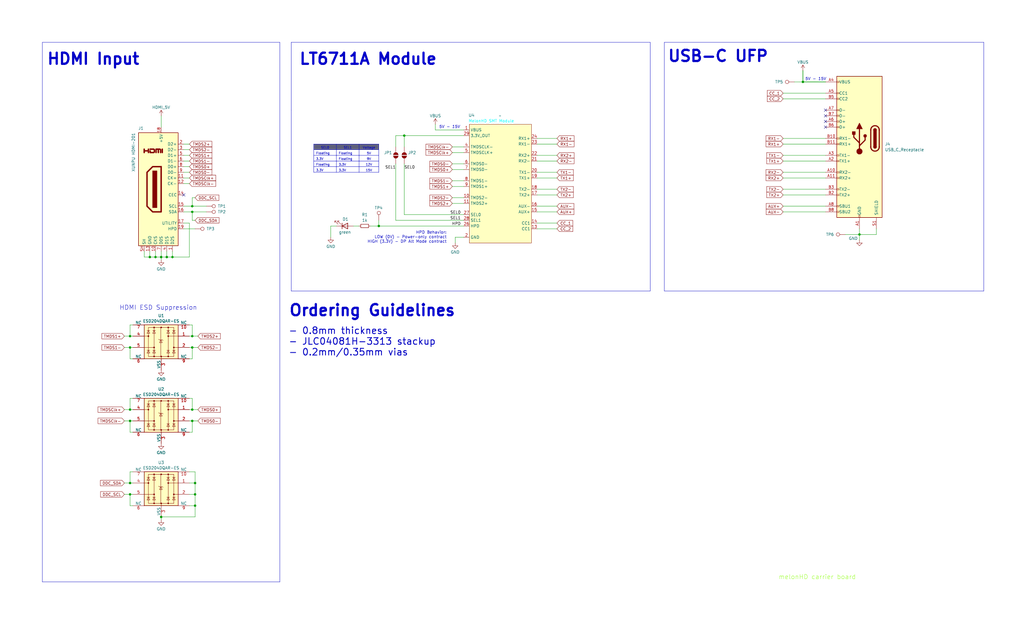
<source format=kicad_sch>
(kicad_sch (version 20250114) (generator "eeschema") (generator_version "9.0")
  (paper "User" 460 280)
  (lib_symbols
    (symbol "Connector:HDMI_C_1.3"
      (property "Reference" "J1" (at 10.922 1.2122 0))
      (property "Value" "XUNPU HDMI-201" (at 10.922 -1.2121 0))
      (symbol "HDMI_C_1.3_0_0"
        (polyline (pts (xy -0.508 16.51) (xy -0.508 18.034)) (stroke (width 0.635)))
        (polyline (pts (xy 4.953 18.034) (xy 3.302 18.034) (xy 3.048 17.78) (xy 3.048 16.764) (xy 3.302 16.51) (xy 4.953 16.51) (xy 4.953 17.272)) (stroke (width 0.635)))
        (polyline (pts (xy 7.62 16.51) (xy 7.62 18.034) (xy 7.62 17.272) (xy 5.715 17.272) (xy 5.715 18.034) (xy 5.715 16.51)) (stroke (width 0.635)))
      )
      (symbol "HDMI_C_1.3_0_1"
        (rectangle (start -7.62 25.4) (end 10.16 -25.4) (stroke (width 0.254)) (fill (type background)))
        (polyline (pts (xy 0 10.16) (xy 3.81 10.16) (xy 6.35 7.62) (xy 6.35 -7.62) (xy 3.81 -10.16) (xy 0 -10.16) (xy 0 10.16)) (stroke (width 0.635)))
        (rectangle (start 1.905 8.255) (end 3.81 -8.255) (stroke (width 0.254)) (fill (type outline)))
        (polyline (pts (xy 2.286 16.51) (xy 2.286 18.034) (xy 1.27 18.034) (xy 1.27 16.51) (xy 1.27 18.034) (xy 0.508 18.034) (xy 0.254 17.78) (xy 0.254 16.51)) (stroke (width 0.635)))
      )
      (symbol "HDMI_C_1.3_1_1"
        (pin passive line (at -10.16 20.32 0) (length 2.54) (name "D2+") (number "2"))
        (pin passive line (at -10.16 17.78 0) (length 2.54) (name "D2-") (number "3"))
        (pin passive line (at -10.16 15.24 0) (length 2.54) (name "D1+") (number "5"))
        (pin passive line (at -10.16 12.7 0) (length 2.54) (name "D1-") (number "6"))
        (pin passive line (at -10.16 10.16 0) (length 2.54) (name "D0+") (number "8"))
        (pin passive line (at -10.16 7.62 0) (length 2.54) (name "D0-") (number "9"))
        (pin passive line (at -10.16 5.08 0) (length 2.54) (name "CK+") (number "11"))
        (pin passive line (at -10.16 2.54 0) (length 2.54) (name "CK-") (number "12"))
        (pin bidirectional line (at -10.16 -2.54 0) (length 2.54) (name "CEC") (number "14"))
        (pin passive line (at -10.16 -7.62 0) (length 2.54) (name "SCL") (number "15"))
        (pin bidirectional line (at -10.16 -10.16 0) (length 2.54) (name "SDA") (number "16"))
        (pin passive line (at -10.16 -15.24 0) (length 2.54) (name "UTILITY") (number "17"))
        (pin passive line (at -10.16 -17.78 0) (length 2.54) (name "HPD") (number "19"))
        (pin power_in line (at -5.08 -27.94 90) (length 2.54) (name "D2S") (number "1"))
        (pin power_in line (at -2.54 -27.94 90) (length 2.54) (name "D1S") (number "4"))
        (pin power_in line (at 0 27.94 270) (length 2.54) (name "+5V") (number "18"))
        (pin power_in line (at 0 -27.94 90) (length 2.54) (name "D0S") (number "7"))
        (pin power_in line (at 2.54 -27.94 90) (length 2.54) (name "CKS") (number "10"))
        (pin power_in line (at 5.08 -27.94 90) (length 2.54) (name "GND") (number "13"))
        (pin passive line (at 7.62 -27.94 90) (length 2.54) (name "SH") (number "SH"))
      )
    )
    (symbol "Connector:TestPoint" (pin_numbers (hide yes)) (pin_names (offset 0.762) (hide yes))
      (property "Reference" "TP" (at 0 6.858 0))
      (property "Value" "TestPoint" (at 0 5.08 0))
      (symbol "TestPoint_0_1"
        (circle (center 0 3.302) (radius 0.762))
      )
      (symbol "TestPoint_1_1"
        (pin passive line (at 0 0 90) (length 2.54) (name "1") (number "1"))
      )
    )
    (symbol "Connector:USB_C_Receptacle" (pin_names (offset 1.016))
      (property "Reference" "J" (at -10.16 29.21 0))
      (property "Value" "USB_C_Receptacle" (at 10.16 29.21 0))
      (symbol "USB_C_Receptacle_0_0"
        (rectangle (start -0.254 -35.56) (end 0.254 -34.544))
        (rectangle (start 10.16 25.654) (end 9.144 25.146))
        (rectangle (start 10.16 20.574) (end 9.144 20.066))
        (rectangle (start 10.16 18.034) (end 9.144 17.526))
        (rectangle (start 10.16 12.954) (end 9.144 12.446))
        (rectangle (start 10.16 10.414) (end 9.144 9.906))
        (rectangle (start 10.16 7.874) (end 9.144 7.366))
        (rectangle (start 10.16 5.334) (end 9.144 4.826))
        (rectangle (start 10.16 0.254) (end 9.144 -0.254))
        (rectangle (start 10.16 -2.286) (end 9.144 -2.794))
        (rectangle (start 10.16 -7.366) (end 9.144 -7.874))
        (rectangle (start 10.16 -9.906) (end 9.144 -10.414))
        (rectangle (start 10.16 -14.986) (end 9.144 -15.494))
        (rectangle (start 10.16 -17.526) (end 9.144 -18.034))
        (rectangle (start 10.16 -22.606) (end 9.144 -23.114))
        (rectangle (start 10.16 -25.146) (end 9.144 -25.654))
        (rectangle (start 10.16 -30.226) (end 9.144 -30.734))
        (rectangle (start 10.16 -32.766) (end 9.144 -33.274))
      )
      (symbol "USB_C_Receptacle_0_1"
        (rectangle (start -10.16 27.94) (end 10.16 -35.56) (stroke (width 0.254)) (fill (type background)))
        (polyline (pts (xy -8.89 -3.81) (xy -8.89 3.81)) (stroke (width 0.508)))
        (rectangle (start -7.62 -3.81) (end -6.35 3.81) (stroke (width 0.254)) (fill (type outline)))
        (arc (start -7.62 3.81) (mid -6.985 4.4423) (end -6.35 3.81) (stroke (width 0.254)) (fill (type outline)))
        (arc (start -7.62 3.81) (mid -6.985 4.4423) (end -6.35 3.81) (stroke (width 0.254)))
        (arc (start -8.89 3.81) (mid -6.985 5.7067) (end -5.08 3.81) (stroke (width 0.508)))
        (arc (start -5.08 -3.81) (mid -6.985 -5.7067) (end -8.89 -3.81) (stroke (width 0.508)))
        (arc (start -6.35 -3.81) (mid -6.985 -4.4423) (end -7.62 -3.81) (stroke (width 0.254)) (fill (type outline)))
        (arc (start -6.35 -3.81) (mid -6.985 -4.4423) (end -7.62 -3.81) (stroke (width 0.254)))
        (polyline (pts (xy -5.08 3.81) (xy -5.08 -3.81)) (stroke (width 0.508)))
      )
      (symbol "USB_C_Receptacle_1_1"
        (circle (center -2.54 1.143) (radius 0.635) (stroke (width 0.254)) (fill (type outline)))
        (polyline (pts (xy -1.27 4.318) (xy 0 6.858) (xy 1.27 4.318) (xy -1.27 4.318)) (stroke (width 0.254)) (fill (type outline)))
        (polyline (pts (xy 0 -2.032) (xy 2.54 0.508) (xy 2.54 1.778)) (stroke (width 0.508)))
        (polyline (pts (xy 0 -3.302) (xy -2.54 -0.762) (xy -2.54 0.508)) (stroke (width 0.508)))
        (polyline (pts (xy 0 -5.842) (xy 0 4.318)) (stroke (width 0.508)))
        (circle (center 0 -5.842) (radius 1.27) (fill (type outline)))
        (rectangle (start 1.905 1.778) (end 3.175 3.048) (stroke (width 0.254)) (fill (type outline)))
        (pin passive line (at -7.62 -40.64 90) (length 5.08) (name "SHIELD") (number "S1"))
        (pin passive line (at 0 -40.64 90) (length 5.08) (name "GND") (number "A1"))
        (pin passive line (at 0 -40.64 90) (length 5.08) (hide yes) (name "GND") (number "A12"))
        (pin passive line (at 0 -40.64 90) (length 5.08) (hide yes) (name "GND") (number "B1"))
        (pin passive line (at 0 -40.64 90) (length 5.08) (hide yes) (name "GND") (number "B12"))
        (pin passive line (at 15.24 25.4 180) (length 5.08) (name "VBUS") (number "A4"))
        (pin passive line (at 15.24 25.4 180) (length 5.08) (hide yes) (name "VBUS") (number "A9"))
        (pin passive line (at 15.24 25.4 180) (length 5.08) (hide yes) (name "VBUS") (number "B4"))
        (pin passive line (at 15.24 25.4 180) (length 5.08) (hide yes) (name "VBUS") (number "B9"))
        (pin bidirectional line (at 15.24 20.32 180) (length 5.08) (name "CC1") (number "A5"))
        (pin bidirectional line (at 15.24 17.78 180) (length 5.08) (name "CC2") (number "B5"))
        (pin bidirectional line (at 15.24 12.7 180) (length 5.08) (name "D-") (number "A7"))
        (pin bidirectional line (at 15.24 10.16 180) (length 5.08) (name "D-") (number "B7"))
        (pin bidirectional line (at 15.24 7.62 180) (length 5.08) (name "D+") (number "A6"))
        (pin bidirectional line (at 15.24 5.08 180) (length 5.08) (name "D+") (number "B6"))
        (pin bidirectional line (at 15.24 0 180) (length 5.08) (name "RX1-") (number "B10"))
        (pin bidirectional line (at 15.24 -2.54 180) (length 5.08) (name "RX1+") (number "B11"))
        (pin bidirectional line (at 15.24 -7.62 180) (length 5.08) (name "TX1-") (number "A3"))
        (pin bidirectional line (at 15.24 -10.16 180) (length 5.08) (name "TX1+") (number "A2"))
        (pin bidirectional line (at 15.24 -15.24 180) (length 5.08) (name "RX2-") (number "A10"))
        (pin bidirectional line (at 15.24 -17.78 180) (length 5.08) (name "RX2+") (number "A11"))
        (pin bidirectional line (at 15.24 -22.86 180) (length 5.08) (name "TX2-") (number "B3"))
        (pin bidirectional line (at 15.24 -25.4 180) (length 5.08) (name "TX2+") (number "B2"))
        (pin bidirectional line (at 15.24 -30.48 180) (length 5.08) (name "SBU1") (number "A8"))
        (pin bidirectional line (at 15.24 -33.02 180) (length 5.08) (name "SBU2") (number "B8"))
      )
    )
    (symbol "Device:LED" (pin_numbers (hide yes)) (pin_names (offset 1.016) (hide yes))
      (property "Reference" "D" (at 0 2.54 0))
      (property "Value" "LED" (at 0 -2.54 0))
      (symbol "LED_0_1"
        (polyline (pts (xy -3.048 -0.762) (xy -4.572 -2.286) (xy -3.81 -2.286) (xy -4.572 -2.286) (xy -4.572 -1.524)))
        (polyline (pts (xy -1.778 -0.762) (xy -3.302 -2.286) (xy -2.54 -2.286) (xy -3.302 -2.286) (xy -3.302 -1.524)))
        (polyline (pts (xy -1.27 0) (xy 1.27 0)))
        (polyline (pts (xy -1.27 -1.27) (xy -1.27 1.27)) (stroke (width 0.254)))
        (polyline (pts (xy 1.27 -1.27) (xy 1.27 1.27) (xy -1.27 0) (xy 1.27 -1.27)) (stroke (width 0.254)))
      )
      (symbol "LED_1_1"
        (pin passive line (at -3.81 0 0) (length 2.54) (name "K") (number "1"))
        (pin passive line (at 3.81 0 180) (length 2.54) (name "A") (number "2"))
      )
    )
    (symbol "Device:R_Small" (pin_numbers (hide yes)) (pin_names (offset 0.254) (hide yes))
      (property "Reference" "R" (at 0.762 0.508 0))
      (property "Value" "R_Small" (at 0.762 -1.016 0))
      (symbol "R_Small_0_1"
        (rectangle (start -0.762 1.778) (end 0.762 -1.778) (stroke (width 0.2032)))
      )
      (symbol "R_Small_1_1"
        (pin passive line (at 0 2.54 270) (length 0.762) (name "~") (number "1"))
        (pin passive line (at 0 -2.54 90) (length 0.762) (name "~") (number "2"))
      )
    )
    (symbol "Jumper:SolderJumper_2_Open" (pin_numbers (hide yes)) (pin_names (offset 0) (hide yes)) (exclude_from_sim yes) (in_bom no)
      (property "Reference" "JP" (at 0 2.032 0))
      (property "Value" "SolderJumper_2_Open" (at 0 -2.54 0))
      (symbol "SolderJumper_2_Open_0_1"
        (polyline (pts (xy -0.254 1.016) (xy -0.254 -1.016)))
        (arc (start -0.254 -1.016) (mid -1.2656 0) (end -0.254 1.016))
        (arc (start -0.254 -1.016) (mid -1.2656 0) (end -0.254 1.016) (fill (type outline)))
        (arc (start 0.254 1.016) (mid 1.2656 0) (end 0.254 -1.016))
        (arc (start 0.254 1.016) (mid 1.2656 0) (end 0.254 -1.016) (fill (type outline)))
        (polyline (pts (xy 0.254 1.016) (xy 0.254 -1.016)))
      )
      (symbol "SolderJumper_2_Open_1_1"
        (pin passive line (at -3.81 0 0) (length 2.54) (name "A") (number "1"))
        (pin passive line (at 3.81 0 180) (length 2.54) (name "B") (number "2"))
      )
    )
    (symbol "Power_Protection:D3V3XA4B10LP" (pin_names (offset 0))
      (property "Reference" "U" (at -0.635 8.89 0))
      (property "Value" "D3V3XA4B10LP" (at 8.89 -10.16 0))
      (symbol "D3V3XA4B10LP_0_0"
        (rectangle (start -5.715 6.477) (end 5.715 -6.604))
        (polyline (pts (xy -3.175 -6.604) (xy -3.175 6.477)))
        (polyline (pts (xy 0.127 6.477) (xy 0.127 -6.604)))
        (polyline (pts (xy 3.175 6.477) (xy 3.175 -6.604)))
      )
      (symbol "D3V3XA4B10LP_0_1"
        (polyline (pts (xy -7.747 2.54) (xy -3.175 2.54)))
        (rectangle (start -7.62 7.62) (end 7.62 -7.62) (stroke (width 0.254)) (fill (type background)))
        (polyline (pts (xy -7.62 -2.54) (xy -5.715 -2.54)))
        (circle (center -5.715 -2.54) (radius 0.2794) (fill (type outline)))
        (polyline (pts (xy -5.08 5.08) (xy -6.35 5.08)))
        (polyline (pts (xy -5.08 3.81) (xy -6.35 3.81) (xy -5.715 5.08) (xy -5.08 3.81)))
        (polyline (pts (xy -5.08 -3.81) (xy -6.35 -3.81)))
        (polyline (pts (xy -5.08 -5.08) (xy -6.35 -5.08) (xy -5.715 -3.81) (xy -5.08 -5.08)))
        (circle (center -3.175 6.477) (radius 0.2794) (fill (type outline)))
        (circle (center -3.175 2.54) (radius 0.2794) (fill (type outline)))
        (circle (center -3.175 -6.604) (radius 0.2794) (fill (type outline)))
        (polyline (pts (xy -2.54 5.08) (xy -3.81 5.08)))
        (polyline (pts (xy -2.54 3.81) (xy -3.81 3.81) (xy -3.175 5.08) (xy -2.54 3.81)))
        (polyline (pts (xy -2.54 -3.81) (xy -3.81 -3.81)))
        (polyline (pts (xy -2.54 -5.08) (xy -3.81 -5.08) (xy -3.175 -3.81) (xy -2.54 -5.08)))
        (polyline (pts (xy -0.508 0.889) (xy -0.889 0.635)))
        (circle (center 0 6.477) (radius 0.2794) (fill (type outline)))
        (circle (center 0 -6.604) (radius 0.2794) (fill (type outline)))
        (polyline (pts (xy 0 -6.604) (xy 0 -7.62)))
        (polyline (pts (xy 0.762 0.889) (xy 1.143 1.143)))
        (polyline (pts (xy 0.762 0.889) (xy -0.508 0.889)))
        (polyline (pts (xy 0.762 -0.381) (xy -0.508 -0.381) (xy 0.127 0.889) (xy 0.762 -0.381)))
        (circle (center 3.175 6.477) (radius 0.2794) (fill (type outline)))
        (circle (center 3.175 -2.54) (radius 0.2794) (fill (type outline)))
        (circle (center 3.175 -6.604) (radius 0.2794) (fill (type outline)))
        (polyline (pts (xy 3.81 5.08) (xy 2.54 5.08)))
        (polyline (pts (xy 3.81 3.81) (xy 2.54 3.81) (xy 3.175 5.08) (xy 3.81 3.81)))
        (polyline (pts (xy 3.81 -3.81) (xy 2.54 -3.81)))
        (polyline (pts (xy 3.81 -5.08) (xy 2.54 -5.08) (xy 3.175 -3.81) (xy 3.81 -5.08)))
        (circle (center 5.715 2.54) (radius 0.2794) (fill (type outline)))
        (polyline (pts (xy 6.35 5.08) (xy 5.08 5.08)))
        (polyline (pts (xy 6.35 3.81) (xy 5.08 3.81) (xy 5.715 5.08) (xy 6.35 3.81)))
        (polyline (pts (xy 6.35 -3.81) (xy 5.08 -3.81)))
        (polyline (pts (xy 6.35 -5.08) (xy 5.08 -5.08) (xy 5.715 -3.81) (xy 6.35 -5.08)))
        (polyline (pts (xy 7.62 2.54) (xy 5.715 2.54)))
        (polyline (pts (xy 7.62 -2.54) (xy 3.175 -2.54)))
      )
      (symbol "D3V3XA4B10LP_1_1"
        (pin free line (at -12.7 7.62 0) (length 5.08) (name "NC") (number "10"))
        (pin passive line (at -12.7 2.54 0) (length 5.08) (name "~") (number "1"))
        (pin passive line (at -12.7 -2.54 0) (length 5.08) (name "~") (number "2"))
        (pin free line (at -12.7 -7.62 0) (length 5.08) (name "NC") (number "9"))
        (pin power_in line (at 0 -12.7 90) (length 5.08) (name "VSS") (number "3"))
        (pin passive line (at 0 -12.7 90) (length 5.08) (hide yes) (name "VSS") (number "8"))
        (pin free line (at 12.7 7.62 180) (length 5.08) (name "NC") (number "7"))
        (pin passive line (at 12.7 2.54 180) (length 5.08) (name "~") (number "4"))
        (pin passive line (at 12.7 -2.54 180) (length 5.08) (name "~") (number "5"))
        (pin free line (at 12.7 -7.62 180) (length 5.08) (name "NC") (number "6"))
      )
    )
    (symbol "melonHD_module:melonHD_SMT"
      (property "Reference" "U4" (at -18.034 25.654 0))
      (property "Value" "~" (at -5.2172 25.4 0))
      (symbol "melonHD_SMT_1_1"
        (rectangle (start -19.05 21.59) (end 8.89 -31.75) (fill (type background)))
        (text "MelonHD SMT Module" (at -9.144 23.114 0) (effects (font (size 1.27 1.27))))
        (pin input line (at -21.59 19.05 0) (length 2.54) (name "VBUS") (number "1"))
        (pin input line (at -21.59 16.51 0) (length 2.54) (name "3.3V_OUT") (number "29"))
        (pin input line (at -21.59 11.43 0) (length 2.54) (name "TMDSCLK-") (number "4"))
        (pin input line (at -21.59 8.89 0) (length 2.54) (name "TMDSCLK+") (number "5"))
        (pin input line (at -21.59 3.81 0) (length 2.54) (name "TMDS0-") (number "6"))
        (pin input line (at -21.59 1.27 0) (length 2.54) (name "TMDS0-") (number "7"))
        (pin input line (at -21.59 -3.81 0) (length 2.54) (name "TMDS1-") (number "8"))
        (pin input line (at -21.59 -6.35 0) (length 2.54) (name "TMDS1+") (number "9"))
        (pin input line (at -21.59 -11.43 0) (length 2.54) (name "TMDS2-") (number "10"))
        (pin input line (at -21.59 -13.97 0) (length 2.54) (name "TMDS2+") (number "11"))
        (pin input line (at -21.59 -19.05 0) (length 2.54) (name "SEL0") (number "27"))
        (pin input line (at -21.59 -21.59 0) (length 2.54) (name "SEL1") (number "28"))
        (pin input line (at -21.59 -24.13 0) (length 2.54) (name "HPD") (number "26"))
        (pin input line (at -21.59 -29.21 0) (length 2.54) (hide yes) (name "GND") (number "12"))
        (pin input line (at -21.59 -29.21 0) (length 2.54) (name "GND") (number "2"))
        (pin input line (at -21.59 -29.21 0) (length 2.54) (hide yes) (name "GND") (number "25"))
        (pin input line (at -21.59 -29.21 0) (length 2.54) (hide yes) (name "GND") (number "3"))
        (pin input line (at -21.59 -29.21 0) (length 2.54) (hide yes) (name "GND") (number "30"))
        (pin input line (at -21.59 -29.21 0) (length 2.54) (hide yes) (name "GND") (number "31"))
        (pin input line (at 11.43 15.24 180) (length 2.54) (name "RX1+") (number "24"))
        (pin input line (at 11.43 12.7 180) (length 2.54) (name "RX1-") (number "23"))
        (pin input line (at 11.43 7.62 180) (length 2.54) (name "RX2+") (number "22"))
        (pin input line (at 11.43 5.08 180) (length 2.54) (name "RX2-") (number "21"))
        (pin input line (at 11.43 0 180) (length 2.54) (name "TX1-") (number "20"))
        (pin input line (at 11.43 -2.54 180) (length 2.54) (name "TX1+") (number "19"))
        (pin input line (at 11.43 -7.62 180) (length 2.54) (name "TX2-") (number "18"))
        (pin input line (at 11.43 -10.16 180) (length 2.54) (name "TX2+") (number "17"))
        (pin input line (at 11.43 -15.24 180) (length 2.54) (name "AUX-") (number "16"))
        (pin input line (at 11.43 -17.78 180) (length 2.54) (name "AUX+") (number "15"))
        (pin input line (at 11.43 -22.86 180) (length 2.54) (name "CC1") (number "14"))
        (pin input line (at 11.43 -25.4 180) (length 2.54) (name "CC1") (number "13"))
      )
    )
    (symbol "power:+5V" (power) (pin_numbers (hide yes)) (pin_names (offset 0) (hide yes))
      (property "Value" "+5V" (at 0 3.556 0))
      (symbol "+5V_0_1"
        (polyline (pts (xy -0.762 1.27) (xy 0 2.54)))
        (polyline (pts (xy 0 2.54) (xy 0.762 1.27)))
        (polyline (pts (xy 0 0) (xy 0 2.54)))
      )
      (symbol "+5V_1_1"
        (pin power_in line (at 0 0 90) (length 0) (name "~") (number "1"))
      )
    )
    (symbol "power:GND" (power) (pin_names (offset 0))
      (property "Value" "GND" (at 0 -3.81 0))
      (symbol "GND_0_1"
        (polyline (pts (xy 0 0) (xy 0 -1.27) (xy 1.27 -1.27) (xy 0 -2.54) (xy -1.27 -1.27) (xy 0 -1.27)))
      )
      (symbol "GND_1_1"
        (pin power_in line (at 0 0 270) (length 0) (hide yes) (name "GND") (number "1"))
      )
    )
  )
  (text "Ordering Guidelines" (at 129.54 139.7 0) (effects (font (size 5 5) (thickness 1) (bold yes)) (justify left)))
  (text "HDMI ESD Suppression" (at 71.12 138.43 0) (effects (font (size 2.032 2.032))))
  (text "USB-C UFP" (at 322.58 25.4 0) (effects (font (size 5 5) (thickness 1) (bold yes))))
  (text "5V - 15V" (at 366.3768 35.6043 0) (effects (font (size 1.27 1.27) (thickness 0.1588) (italic yes))))
  (text "- 0.8mm thickness\n- JLC04081H-3313 stackup\n- 0.2mm/0.35mm vias\n" (at 129.54 153.67 0) (effects (font (size 3 3) (thickness 0.375)) (justify left)))
  (text "HDMI Input" (at 41.91 26.67 0) (effects (font (size 5 5) (thickness 1) (bold yes))))
  (text "melonHD carrier board" (at 349.7662 259.5761 0) (effects (font (size 2 2)) (justify left)))
  (text "5V - 15V" (at 201.93 57.15 0) (effects (font (size 1.27 1.27) (thickness 0.1588) (italic yes))))
  (text "LT6711A Module" (at 134.112 26.67 0) (effects (font (size 5 5) (thickness 1) (bold yes)) (justify left)))
  (text "HPD Behavior:\nLOW (0V) - Power-only contract\nHIGH (3.3V) - DP Alt Mode contract" (at 200.66 106.68 0) (effects (font (size 1.27 1.27)) (justify right)))
  (junction (at 58.42 156.21))
  (junction (at 58.42 222.25))
  (junction (at 58.42 217.17))
  (junction (at 87.63 227.33))
  (junction (at 72.39 232.41))
  (junction (at 58.42 184.15))
  (junction (at 86.36 151.13))
  (junction (at 58.42 151.13))
  (junction (at 181.61 60.96))
  (junction (at 86.36 95.25))
  (junction (at 72.39 115.57))
  (junction (at 67.31 115.57))
  (junction (at 86.36 189.23))
  (junction (at 77.47 115.57))
  (junction (at 170.18 101.6))
  (junction (at 87.63 217.17))
  (junction (at 86.36 184.15))
  (junction (at 386.08 105.41))
  (junction (at 58.42 189.23))
  (junction (at 74.93 115.57))
  (junction (at 87.63 222.25))
  (junction (at 86.36 156.21))
  (junction (at 69.85 115.57))
  (junction (at 86.36 92.71))
  (junction (at 360.68 36.83))
  (no_connect (at 370.84 49.53))
  (no_connect (at 370.84 54.61))
  (no_connect (at 82.55 87.63))
  (no_connect (at 370.84 57.15))
  (no_connect (at 370.84 52.07))
  (wire (pts (xy 250.19 100.33) (xy 241.3 100.33)))
  (wire (pts (xy 72.39 113.03) (xy 72.39 115.57)))
  (wire (pts (xy 59.69 179.07) (xy 58.42 179.07)))
  (wire (pts (xy 87.63 88.9) (xy 86.36 88.9)))
  (wire (pts (xy 88.9 189.23) (xy 86.36 189.23)))
  (wire (pts (xy 204.47 106.68) (xy 208.28 106.68)))
  (wire (pts (xy 85.09 69.85) (xy 82.55 69.85)))
  (wire (pts (xy 181.61 60.96) (xy 181.61 66.04)))
  (wire (pts (xy 86.36 189.23) (xy 85.09 189.23)))
  (polyline (pts (xy 130.81 49.53) (xy 130.81 19.05)))
  (wire (pts (xy 177.8 60.96) (xy 181.61 60.96)))
  (wire (pts (xy 58.42 184.15) (xy 59.69 184.15)))
  (wire (pts (xy 77.47 113.03) (xy 77.47 115.57)))
  (wire (pts (xy 177.8 73.66) (xy 177.8 99.06)))
  (wire (pts (xy 250.19 87.63) (xy 241.3 87.63)))
  (wire (pts (xy 55.88 156.21) (xy 58.42 156.21)))
  (wire (pts (xy 203.2 81.28) (xy 208.28 81.28)))
  (polyline (pts (xy 130.81 49.53) (xy 130.81 130.81)))
  (wire (pts (xy 85.09 217.17) (xy 87.63 217.17)))
  (wire (pts (xy 386.08 107.95) (xy 386.08 105.41)))
  (wire (pts (xy 58.42 156.21) (xy 59.69 156.21)))
  (wire (pts (xy 82.55 95.25) (xy 86.36 95.25)))
  (wire (pts (xy 85.09 74.93) (xy 82.55 74.93)))
  (wire (pts (xy 195.58 58.42) (xy 208.28 58.42)))
  (wire (pts (xy 59.69 161.29) (xy 58.42 161.29)))
  (wire (pts (xy 181.61 73.66) (xy 181.61 96.52)))
  (polyline (pts (xy 441.96 19.05) (xy 441.96 130.81)))
  (wire (pts (xy 351.79 41.91) (xy 370.84 41.91)))
  (wire (pts (xy 86.36 99.06) (xy 86.36 95.25)))
  (wire (pts (xy 250.19 62.23) (xy 241.3 62.23)))
  (wire (pts (xy 351.79 77.47) (xy 370.84 77.47)))
  (wire (pts (xy 72.39 115.57) (xy 72.39 116.84)))
  (wire (pts (xy 181.61 60.96) (xy 208.28 60.96)))
  (wire (pts (xy 351.79 62.23) (xy 370.84 62.23)))
  (wire (pts (xy 87.63 222.25) (xy 87.63 227.33)))
  (polyline (pts (xy 298.45 19.05) (xy 298.45 130.81)))
  (wire (pts (xy 85.09 77.47) (xy 82.55 77.47)))
  (wire (pts (xy 177.8 99.06) (xy 208.28 99.06)))
  (wire (pts (xy 72.39 115.57) (xy 69.85 115.57)))
  (wire (pts (xy 59.69 194.31) (xy 58.42 194.31)))
  (wire (pts (xy 85.09 64.77) (xy 82.55 64.77)))
  (wire (pts (xy 250.19 102.87) (xy 241.3 102.87)))
  (wire (pts (xy 166.37 101.6) (xy 170.18 101.6)))
  (wire (pts (xy 87.63 99.06) (xy 86.36 99.06)))
  (wire (pts (xy 170.18 101.6) (xy 208.28 101.6)))
  (wire (pts (xy 55.88 217.17) (xy 58.42 217.17)))
  (polyline (pts (xy 292.1 19.05) (xy 292.1 130.81)))
  (wire (pts (xy 204.47 109.22) (xy 204.47 106.68)))
  (polyline (pts (xy 130.81 130.81) (xy 292.1 130.81)))
  (wire (pts (xy 203.2 91.44) (xy 208.28 91.44)))
  (wire (pts (xy 203.2 68.58) (xy 208.28 68.58)))
  (wire (pts (xy 58.42 146.05) (xy 58.42 151.13)))
  (wire (pts (xy 351.79 69.85) (xy 370.84 69.85)))
  (wire (pts (xy 67.31 115.57) (xy 64.77 115.57)))
  (polyline (pts (xy 19.05 19.05) (xy 125.73 19.05)))
  (wire (pts (xy 55.88 222.25) (xy 58.42 222.25)))
  (wire (pts (xy 59.69 212.09) (xy 58.42 212.09)))
  (wire (pts (xy 170.18 99.06) (xy 170.18 101.6)))
  (wire (pts (xy 203.2 76.2) (xy 208.28 76.2)))
  (wire (pts (xy 360.68 36.83) (xy 360.68 31.75)) (stroke (width 0.254)))
  (wire (pts (xy 82.55 92.71) (xy 86.36 92.71)))
  (wire (pts (xy 72.39 52.07) (xy 72.39 57.15)))
  (wire (pts (xy 379.73 105.41) (xy 386.08 105.41)))
  (wire (pts (xy 87.63 212.09) (xy 87.63 217.17)))
  (wire (pts (xy 58.42 151.13) (xy 59.69 151.13)))
  (wire (pts (xy 85.09 222.25) (xy 87.63 222.25)))
  (wire (pts (xy 82.55 102.87) (xy 87.63 102.87)))
  (wire (pts (xy 148.59 106.68) (xy 148.59 101.6)))
  (wire (pts (xy 69.85 113.03) (xy 69.85 115.57)))
  (wire (pts (xy 370.84 36.83) (xy 360.68 36.83)) (stroke (width 0.254)))
  (wire (pts (xy 69.85 115.57) (xy 67.31 115.57)))
  (wire (pts (xy 74.93 115.57) (xy 72.39 115.57)))
  (wire (pts (xy 85.09 179.07) (xy 86.36 179.07)))
  (wire (pts (xy 85.09 194.31) (xy 86.36 194.31)))
  (polyline (pts (xy 19.05 19.05) (xy 19.05 261.62)))
  (wire (pts (xy 88.9 151.13) (xy 86.36 151.13)))
  (wire (pts (xy 177.8 60.96) (xy 177.8 66.04)))
  (wire (pts (xy 85.09 115.57) (xy 77.47 115.57)))
  (wire (pts (xy 88.9 184.15) (xy 86.36 184.15)))
  (wire (pts (xy 250.19 77.47) (xy 241.3 77.47)))
  (wire (pts (xy 203.2 88.9) (xy 208.28 88.9)))
  (wire (pts (xy 55.88 184.15) (xy 58.42 184.15)))
  (wire (pts (xy 85.09 82.55) (xy 82.55 82.55)))
  (wire (pts (xy 351.79 92.71) (xy 370.84 92.71)))
  (wire (pts (xy 85.09 212.09) (xy 87.63 212.09)))
  (wire (pts (xy 393.7 102.87) (xy 393.7 105.41)))
  (wire (pts (xy 67.31 113.03) (xy 67.31 115.57)))
  (wire (pts (xy 85.09 100.33) (xy 85.09 115.57)))
  (wire (pts (xy 393.7 105.41) (xy 386.08 105.41)))
  (wire (pts (xy 82.55 100.33) (xy 85.09 100.33)))
  (wire (pts (xy 203.2 83.82) (xy 208.28 83.82)))
  (wire (pts (xy 86.36 161.29) (xy 86.36 156.21)))
  (wire (pts (xy 351.79 80.01) (xy 370.84 80.01)))
  (wire (pts (xy 85.09 227.33) (xy 87.63 227.33)))
  (wire (pts (xy 87.63 227.33) (xy 87.63 232.41)))
  (wire (pts (xy 59.69 227.33) (xy 58.42 227.33)))
  (wire (pts (xy 85.09 80.01) (xy 82.55 80.01)))
  (wire (pts (xy 356.87 36.83) (xy 360.68 36.83)))
  (wire (pts (xy 250.19 64.77) (xy 241.3 64.77)))
  (wire (pts (xy 158.75 101.6) (xy 161.29 101.6)))
  (wire (pts (xy 250.19 92.71) (xy 241.3 92.71)))
  (wire (pts (xy 86.36 151.13) (xy 85.09 151.13)))
  (polyline (pts (xy 130.81 19.05) (xy 292.1 19.05)))
  (wire (pts (xy 58.42 227.33) (xy 58.42 222.25)))
  (wire (pts (xy 250.19 85.09) (xy 241.3 85.09)))
  (wire (pts (xy 58.42 161.29) (xy 58.42 156.21)))
  (wire (pts (xy 86.36 179.07) (xy 86.36 184.15)))
  (wire (pts (xy 148.59 101.6) (xy 151.13 101.6)))
  (polyline (pts (xy 125.73 261.62) (xy 19.05 261.62)))
  (wire (pts (xy 88.9 156.21) (xy 86.36 156.21)))
  (wire (pts (xy 85.09 146.05) (xy 86.36 146.05)))
  (wire (pts (xy 195.58 55.88) (xy 195.58 58.42)))
  (wire (pts (xy 250.19 72.39) (xy 241.3 72.39)))
  (wire (pts (xy 64.77 115.57) (xy 64.77 113.03)))
  (wire (pts (xy 86.36 92.71) (xy 92.71 92.71)))
  (polyline (pts (xy 298.45 19.05) (xy 441.96 19.05)))
  (wire (pts (xy 74.93 113.03) (xy 74.93 115.57)))
  (wire (pts (xy 351.79 44.45) (xy 370.84 44.45)))
  (wire (pts (xy 250.19 95.25) (xy 241.3 95.25)))
  (wire (pts (xy 58.42 189.23) (xy 59.69 189.23)))
  (wire (pts (xy 85.09 67.31) (xy 82.55 67.31)))
  (wire (pts (xy 85.09 161.29) (xy 86.36 161.29)))
  (wire (pts (xy 351.79 85.09) (xy 370.84 85.09)))
  (wire (pts (xy 72.39 233.68) (xy 72.39 232.41)))
  (wire (pts (xy 59.69 146.05) (xy 58.42 146.05)))
  (wire (pts (xy 181.61 96.52) (xy 208.28 96.52)))
  (wire (pts (xy 250.19 69.85) (xy 241.3 69.85)))
  (wire (pts (xy 86.36 194.31) (xy 86.36 189.23)))
  (wire (pts (xy 351.79 64.77) (xy 370.84 64.77)))
  (wire (pts (xy 351.79 87.63) (xy 370.84 87.63)))
  (wire (pts (xy 87.63 217.17) (xy 87.63 222.25)))
  (wire (pts (xy 250.19 80.01) (xy 241.3 80.01)))
  (wire (pts (xy 55.88 189.23) (xy 58.42 189.23)))
  (wire (pts (xy 55.88 151.13) (xy 58.42 151.13)))
  (wire (pts (xy 86.36 88.9) (xy 86.36 92.71)))
  (wire (pts (xy 58.42 222.25) (xy 59.69 222.25)))
  (wire (pts (xy 386.08 105.41) (xy 386.08 102.87)))
  (polyline (pts (xy 125.73 19.05) (xy 125.73 261.62)))
  (wire (pts (xy 86.36 184.15) (xy 85.09 184.15)))
  (polyline (pts (xy 441.96 130.81) (xy 298.45 130.81)))
  (wire (pts (xy 203.2 66.04) (xy 208.28 66.04)))
  (wire (pts (xy 85.09 72.39) (xy 82.55 72.39)))
  (wire (pts (xy 351.79 95.25) (xy 370.84 95.25)))
  (wire (pts (xy 351.79 72.39) (xy 370.84 72.39)))
  (wire (pts (xy 203.2 73.66) (xy 208.28 73.66)))
  (wire (pts (xy 86.36 146.05) (xy 86.36 151.13)))
  (wire (pts (xy 58.42 212.09) (xy 58.42 217.17)))
  (wire (pts (xy 58.42 217.17) (xy 59.69 217.17)))
  (wire (pts (xy 58.42 194.31) (xy 58.42 189.23)))
  (wire (pts (xy 58.42 179.07) (xy 58.42 184.15)))
  (wire (pts (xy 86.36 156.21) (xy 85.09 156.21)))
  (wire (pts (xy 86.36 95.25) (xy 92.71 95.25)))
  (wire (pts (xy 77.47 115.57) (xy 74.93 115.57)))
  (wire (pts (xy 87.63 232.41) (xy 72.39 232.41)))
  (table (column_count 3) (border (external yes) (header yes)) (separators (rows yes) (cols yes)) (column_widths 10.16 10.16 8.89) (row_heights 2.54 2.54 2.54 2.54 2.54) (cells (table_cell "SEL0" (at 140.97 64.77 0) (size 10.16 2.54) (margins 0.9525 0.9525 0.9525 0.9525) (span 1 1) (fill (type color) (color 93 95 123 1))) (table_cell "SEL1" (at 151.13 64.77 0) (size 10.16 2.54) (margins 0.9525 0.9525 0.9525 0.9525) (span 1 1) (fill (type color) (color 93 95 123 1))) (table_cell "Voltage" (at 161.29 64.77 0) (size 8.89 2.54) (margins 0.9525 0.9525 0.9525 0.9525) (span 1 1) (fill (type color) (color 93 95 123 1))) (table_cell "Floating" (at 140.97 67.31 0) (size 10.16 2.54) (margins 0.9525 0.9525 0.9525 0.9525) (span 1 1)) (table_cell "Floating" (at 151.13 67.31 0) (size 10.16 2.54) (margins 0.9525 0.9525 0.9525 0.9525) (span 1 1)) (table_cell "5V" (at 161.29 67.31 0) (size 8.89 2.54) (margins 0.9525 0.9525 0.9525 0.9525) (span 1 1)) (table_cell "3.3V" (at 140.97 69.85 0) (size 10.16 2.54) (margins 0.9525 0.9525 0.9525 0.9525) (span 1 1)) (table_cell "Floating" (at 151.13 69.85 0) (size 10.16 2.54) (margins 0.9525 0.9525 0.9525 0.9525) (span 1 1)) (table_cell "9V" (at 161.29 69.85 0) (size 8.89 2.54) (margins 0.9525 0.9525 0.9525 0.9525) (span 1 1)) (table_cell "Floating" (at 140.97 72.39 0) (size 10.16 2.54) (margins 0.9525 0.9525 0.9525 0.9525) (span 1 1)) (table_cell "3.3V" (at 151.13 72.39 0) (size 10.16 2.54) (margins 0.9525 0.9525 0.9525 0.9525) (span 1 1)) (table_cell "12V" (at 161.29 72.39 0) (size 8.89 2.54) (margins 0.9525 0.9525 0.9525 0.9525) (span 1 1)) (table_cell "3.3V" (at 140.97 74.93 0) (size 10.16 2.54) (margins 0.9525 0.9525 0.9525 0.9525) (span 1 1)) (table_cell "3.3V" (at 151.13 74.93 0) (size 10.16 2.54) (margins 0.9525 0.9525 0.9525 0.9525) (span 1 1)) (table_cell "15V" (at 161.29 74.93 0) (size 8.89 2.54) (margins 0.9525 0.9525 0.9525 0.9525) (span 1 1))))
  (label "SEL0" (at 207.0144 96.52 180))
  (label "SEL1" (at 177.8 76.2 180))
  (label "SEL1" (at 207.01 99.06 180))
  (label "SEL0" (at 181.61 76.2 0))
  (label "HPD" (at 207.01 101.6 180))
  (global_label "RX1-" (shape input) (at 250.19 64.77 0) (property "Intersheetrefs" "${INTERSHEET_REFS}" (effects (hide yes))))
  (global_label "TMDS0-" (shape input) (at 203.2 73.66 180) (property "Intersheetrefs" "${INTERSHEET_REFS}" (effects (hide yes))))
  (global_label "RX2-" (shape input) (at 351.79 77.47 180) (property "Intersheetrefs" "${INTERSHEET_REFS}" (effects (hide yes))))
  (global_label "TMDS2+" (shape input) (at 88.9 151.13 0) (property "Intersheetrefs" "${INTERSHEET_REFS}" (effects (hide yes))))
  (global_label "TMDS2-" (shape input) (at 85.09 67.31 0) (property "Intersheetrefs" "${INTERSHEET_REFS}" (effects (hide yes))))
  (global_label "TMDSClk+" (shape input) (at 85.09 80.01 0) (property "Intersheetrefs" "${INTERSHEET_REFS}" (effects (hide yes))))
  (global_label "TX1-" (shape input) (at 351.79 69.85 180) (property "Intersheetrefs" "${INTERSHEET_REFS}" (effects (hide yes))))
  (global_label "DDC_SCL" (shape input) (at 87.63 88.9 0) (property "Intersheetrefs" "${INTERSHEET_REFS}" (effects (hide yes))))
  (global_label "CC_1" (shape input) (at 351.79 41.91 180) (property "Intersheetrefs" "${INTERSHEET_REFS}" (effects (hide yes))))
  (global_label "TMDS2+" (shape input) (at 85.09 64.77 0) (property "Intersheetrefs" "${INTERSHEET_REFS}" (effects (hide yes))))
  (global_label "TMDS0+" (shape input) (at 203.2 76.2 180) (property "Intersheetrefs" "${INTERSHEET_REFS}" (effects (hide yes))))
  (global_label "RX2-" (shape input) (at 250.19 72.39 0) (property "Intersheetrefs" "${INTERSHEET_REFS}" (effects (hide yes))))
  (global_label "AUX-" (shape input) (at 250.19 92.71 0) (property "Intersheetrefs" "${INTERSHEET_REFS}" (effects (hide yes))))
  (global_label "TMDS1+" (shape input) (at 85.09 69.85 0) (property "Intersheetrefs" "${INTERSHEET_REFS}" (effects (hide yes))))
  (global_label "TX1-" (shape input) (at 250.19 77.47 0) (property "Intersheetrefs" "${INTERSHEET_REFS}" (effects (hide yes))))
  (global_label "DDC_SDA" (shape input) (at 87.63 99.06 0) (property "Intersheetrefs" "${INTERSHEET_REFS}" (effects (hide yes))))
  (global_label "TMDSClk-" (shape input) (at 85.09 82.55 0) (property "Intersheetrefs" "${INTERSHEET_REFS}" (effects (hide yes))))
  (global_label "TMDS0-" (shape input) (at 85.09 77.47 0) (property "Intersheetrefs" "${INTERSHEET_REFS}" (effects (hide yes))))
  (global_label "CC_2" (shape input) (at 351.79 44.45 180) (property "Intersheetrefs" "${INTERSHEET_REFS}" (effects (hide yes))))
  (global_label "TMDSClk+" (shape input) (at 203.2 68.58 180) (property "Intersheetrefs" "${INTERSHEET_REFS}" (effects (hide yes))))
  (global_label "AUX-" (shape input) (at 351.79 95.25 180) (property "Intersheetrefs" "${INTERSHEET_REFS}" (effects (hide yes))))
  (global_label "TMDS2-" (shape input) (at 88.9 156.21 0) (property "Intersheetrefs" "${INTERSHEET_REFS}" (effects (hide yes))))
  (global_label "TMDS0+" (shape input) (at 88.9 184.15 0) (property "Intersheetrefs" "${INTERSHEET_REFS}" (effects (hide yes))))
  (global_label "TMDS2-" (shape input) (at 203.2 88.9 180) (property "Intersheetrefs" "${INTERSHEET_REFS}" (effects (hide yes))))
  (global_label "TMDSClk-" (shape input) (at 55.88 189.23 180) (property "Intersheetrefs" "${INTERSHEET_REFS}" (effects (hide yes))))
  (global_label "TX2-" (shape input) (at 351.79 85.09 180) (property "Intersheetrefs" "${INTERSHEET_REFS}" (effects (hide yes))))
  (global_label "TMDSClk+" (shape input) (at 55.88 184.15 180) (property "Intersheetrefs" "${INTERSHEET_REFS}" (effects (hide yes))))
  (global_label "TMDS1-" (shape input) (at 85.09 72.39 0) (property "Intersheetrefs" "${INTERSHEET_REFS}" (effects (hide yes))))
  (global_label "CC_2" (shape input) (at 250.19 102.87 0) (property "Intersheetrefs" "${INTERSHEET_REFS}" (effects (hide yes))))
  (global_label "AUX+" (shape input) (at 250.19 95.25 0) (property "Intersheetrefs" "${INTERSHEET_REFS}" (effects (hide yes))))
  (global_label "TMDS1+" (shape input) (at 55.88 151.13 180) (property "Intersheetrefs" "${INTERSHEET_REFS}" (effects (hide yes))))
  (global_label "RX1-" (shape input) (at 351.79 62.23 180) (property "Intersheetrefs" "${INTERSHEET_REFS}" (effects (hide yes))))
  (global_label "TX1+" (shape input) (at 250.19 80.01 0) (property "Intersheetrefs" "${INTERSHEET_REFS}" (effects (hide yes))))
  (global_label "RX1+" (shape input) (at 250.19 62.23 0) (property "Intersheetrefs" "${INTERSHEET_REFS}" (effects (hide yes))))
  (global_label "TMDS0-" (shape input) (at 88.9 189.23 0) (property "Intersheetrefs" "${INTERSHEET_REFS}" (effects (hide yes))))
  (global_label "TX2+" (shape input) (at 351.79 87.63 180) (property "Intersheetrefs" "${INTERSHEET_REFS}" (effects (hide yes))))
  (global_label "CC_1" (shape input) (at 250.19 100.33 0) (property "Intersheetrefs" "${INTERSHEET_REFS}" (effects (hide yes))))
  (global_label "RX2+" (shape input) (at 250.19 69.85 0) (property "Intersheetrefs" "${INTERSHEET_REFS}" (effects (hide yes))))
  (global_label "RX2+" (shape input) (at 351.79 80.01 180) (property "Intersheetrefs" "${INTERSHEET_REFS}" (effects (hide yes))))
  (global_label "TX2+" (shape input) (at 250.19 87.63 0) (property "Intersheetrefs" "${INTERSHEET_REFS}" (effects (hide yes))))
  (global_label "TMDS1-" (shape input) (at 55.88 156.21 180) (property "Intersheetrefs" "${INTERSHEET_REFS}" (effects (hide yes))))
  (global_label "AUX+" (shape input) (at 351.79 92.71 180) (property "Intersheetrefs" "${INTERSHEET_REFS}" (effects (hide yes))))
  (global_label "TMDS2+" (shape input) (at 203.2 91.44 180) (property "Intersheetrefs" "${INTERSHEET_REFS}" (effects (hide yes))))
  (global_label "TMDS1-" (shape input) (at 203.2 81.28 180) (property "Intersheetrefs" "${INTERSHEET_REFS}" (effects (hide yes))))
  (global_label "TMDS0+" (shape input) (at 85.09 74.93 0) (property "Intersheetrefs" "${INTERSHEET_REFS}" (effects (hide yes))))
  (global_label "DDC_SDA" (shape input) (at 55.88 217.17 180) (property "Intersheetrefs" "${INTERSHEET_REFS}" (effects (hide yes))))
  (global_label "TX1+" (shape input) (at 351.79 72.39 180) (property "Intersheetrefs" "${INTERSHEET_REFS}" (effects (hide yes))))
  (global_label "DDC_SCL" (shape input) (at 55.88 222.25 180) (property "Intersheetrefs" "${INTERSHEET_REFS}" (effects (hide yes))))
  (global_label "TMDS1+" (shape input) (at 203.2 83.82 180) (property "Intersheetrefs" "${INTERSHEET_REFS}" (effects (hide yes))))
  (global_label "TX2-" (shape input) (at 250.19 85.09 0) (property "Intersheetrefs" "${INTERSHEET_REFS}" (effects (hide yes))))
  (global_label "TMDSClk-" (shape input) (at 203.2 66.04 180) (property "Intersheetrefs" "${INTERSHEET_REFS}" (effects (hide yes))))
  (global_label "RX1+" (shape input) (at 351.79 64.77 180) (property "Intersheetrefs" "${INTERSHEET_REFS}" (effects (hide yes))))
  (symbol (lib_id "Connector:TestPoint") (at 356.87 36.83 90) (mirror x) (unit 1)
    (property "Reference" "TP5" (at 351.79 36.83 90) (effects (justify left)))
    (property "Value" "TestPoint" (effects (hide yes)))
    (property "Footprint" "SamacSys_Parts:TestPoint_Pad_D0.75" (effects (hide yes)))
    (property "Description" "test point" (effects (hide yes)))
  )
  (symbol (lib_id "Device:R_Small") (at 163.83 101.6 90) (unit 1)
    (property "Reference" "R1" (at 163.83 96.52 90))
    (property "Value" "1k" (at 163.83 99.06 90))
    (property "Footprint" "Resistor_SMD:R_0603_1608Metric" (effects (hide yes)))
    (property "Description" "Resistor, small symbol" (effects (hide yes)))
  )
  (symbol (lib_id "power:+5V") (at 360.68 31.75 0) (unit 1)
    (property "Reference" "#PWR057" (effects (hide yes)))
    (property "Value" "VBUS" (at 360.68 27.94 0))
    (property "Description" "Power symbol creates a global label with name \"+5V\"" (effects (hide yes)))
  )
  (symbol (lib_id "Jumper:SolderJumper_2_Open") (at 181.61 69.85 270) (mirror x) (unit 1) (in_bom no)
    (property "Reference" "JP2" (at 183.261 68.6378 90) (effects (justify left)))
    (property "Value" "SolderJumper_2_Open" (effects (hide yes)))
    (property "Footprint" "SamacSys_Parts:SolderJumper-2_P1.3mm_Open_RoundedPad1.0x1.5mm" (effects (hide yes)))
    (property "Description" "Solder Jumper, 2-pole, open" (effects (hide yes)))
  )
  (symbol (lib_id "melonHD_module:melonHD_SMT") (at 229.87 77.47 0) (unit 1)
    (property "Reference" "U4" (at 211.836 51.816 0))
    (property "Value" "~" (at 224.6528 52.07 0))
    (property "Footprint" "melonHD:melonHD_SMT" (effects (hide yes)))
  )
  (symbol (lib_id "Power_Protection:D3V3XA4B10LP") (at 72.39 186.69 0) (mirror y) (unit 1)
    (property "Reference" "U2" (at 72.39 174.9255 0))
    (property "Value" "ESD204DQAR-ES" (at 72.39 177.3498 0))
    (property "Footprint" "Package_DFN_QFN:Diodes_UDFN-10_1.0x2.5mm_P0.5mm" (effects (hide yes)))
    (property "Description" "4-Channel Low Capacitance TVS Diode Array, DFN-10" (effects (hide yes)))
  )
  (symbol (lib_id "power:GND") (at 72.39 233.68 0) (unit 1)
    (property "Reference" "#PWR07" (effects (hide yes)))
    (property "Value" "GND" (at 72.39 237.8131 0))
    (property "Description" "Power symbol creates a global label with name \"GND\" , ground" (effects (hide yes)))
  )
  (symbol (lib_id "Power_Protection:D3V3XA4B10LP") (at 72.39 219.71 0) (mirror y) (unit 1)
    (property "Reference" "U3" (at 72.39 207.9455 0))
    (property "Value" "ESD204DQAR-ES" (at 72.39 210.3698 0))
    (property "Footprint" "Package_DFN_QFN:Diodes_UDFN-10_1.0x2.5mm_P0.5mm" (effects (hide yes)))
    (property "Description" "4-Channel Low Capacitance TVS Diode Array, DFN-10" (effects (hide yes)))
  )
  (symbol (lib_id "power:+5V") (at 195.58 55.88 0) (unit 1)
    (property "Reference" "#PWR03" (effects (hide yes)))
    (property "Value" "VBUS" (at 195.58 52.07 0))
    (property "Description" "Power symbol creates a global label with name \"+5V\"" (effects (hide yes)))
  )
  (symbol (lib_id "Jumper:SolderJumper_2_Open") (at 177.8 69.85 90) (unit 1) (in_bom no)
    (property "Reference" "JP1" (at 176.149 68.6378 90) (effects (justify left)))
    (property "Value" "SolderJumper_2_Open" (effects (hide yes)))
    (property "Footprint" "SamacSys_Parts:SolderJumper-2_P1.3mm_Open_RoundedPad1.0x1.5mm" (effects (hide yes)))
    (property "Description" "Solder Jumper, 2-pole, open" (effects (hide yes)))
  )
  (symbol (lib_id "power:GND") (at 204.47 109.22 0) (unit 1)
    (property "Reference" "#PWR04" (effects (hide yes)))
    (property "Value" "GND" (at 204.47 113.3531 0))
    (property "Description" "Power symbol creates a global label with name \"GND\" , ground" (effects (hide yes)))
  )
  (symbol (lib_id "Connector:TestPoint") (at 92.71 95.25 270) (unit 1)
    (property "Reference" "TP2" (at 97.79 95.25 90) (effects (justify left)))
    (property "Value" "TestPoint" (effects (hide yes)))
    (property "Footprint" "SamacSys_Parts:TestPoint_Pad_D0.75" (effects (hide yes)))
    (property "Description" "test point" (effects (hide yes)))
  )
  (symbol (lib_id "Connector:USB_C_Receptacle") (at 386.08 62.23 0) (mirror y) (unit 1)
    (property "Reference" "J4" (at 397.51 64.7699 0) (effects (justify right)))
    (property "Value" "USB_C_Receptacle" (at 397.51 67.3099 0) (effects (justify right)))
    (property "Footprint" "usb4030:GCT_USB4080-03-A_REVA1" (effects (hide yes)))
    (property "Datasheet" "https://www.usb.org/sites/default/files/documents/usb_type-c.zip" (effects (hide yes)))
    (property "Description" "USB Full-Featured Type-C Receptacle connector" (effects (hide yes)))
  )
  (symbol (lib_id "Connector:TestPoint") (at 379.73 105.41 90) (mirror x) (unit 1)
    (property "Reference" "TP6" (at 374.65 105.41 90) (effects (justify left)))
    (property "Value" "TestPoint" (effects (hide yes)))
    (property "Footprint" "SamacSys_Parts:TestPoint_Pad_D0.75" (effects (hide yes)))
    (property "Description" "test point" (effects (hide yes)))
  )
  (symbol (lib_id "power:GND") (at 72.39 199.39 0) (unit 1)
    (property "Reference" "#PWR06" (effects (hide yes)))
    (property "Value" "GND" (at 72.39 203.5231 0))
    (property "Description" "Power symbol creates a global label with name \"GND\" , ground" (effects (hide yes)))
  )
  (symbol (lib_id "Power_Protection:D3V3XA4B10LP") (at 72.39 153.67 0) (mirror y) (unit 1)
    (property "Reference" "U1" (at 72.39 141.9055 0))
    (property "Value" "ESD204DQAR-ES" (at 72.39 144.3298 0))
    (property "Footprint" "Package_DFN_QFN:Diodes_UDFN-10_1.0x2.5mm_P0.5mm" (effects (hide yes)))
    (property "Description" "4-Channel Low Capacitance TVS Diode Array, DFN-10" (effects (hide yes)))
  )
  (symbol (lib_id "Connector:TestPoint") (at 92.71 92.71 270) (unit 1)
    (property "Reference" "TP1" (at 97.79 92.71 90) (effects (justify left)))
    (property "Value" "TestPoint" (effects (hide yes)))
    (property "Footprint" "SamacSys_Parts:TestPoint_Pad_D0.75" (effects (hide yes)))
    (property "Description" "test point" (effects (hide yes)))
  )
  (symbol (lib_id "power:GND") (at 72.39 116.84 0) (unit 1)
    (property "Reference" "#PWR02" (effects (hide yes)))
    (property "Value" "GND" (at 72.39 120.9731 0))
    (property "Description" "Power symbol creates a global label with name \"GND\" , ground" (effects (hide yes)))
  )
  (symbol (lib_id "Connector:TestPoint") (at 87.63 102.87 270) (unit 1)
    (property "Reference" "TP3" (at 92.71 102.87 90) (effects (justify left)))
    (property "Value" "TestPoint" (effects (hide yes)))
    (property "Footprint" "SamacSys_Parts:TestPoint_Pad_D0.75" (effects (hide yes)))
    (property "Description" "test point" (effects (hide yes)))
  )
  (symbol (lib_id "power:+5V") (at 72.39 52.07 0) (unit 1)
    (property "Reference" "#PWR01" (effects (hide yes)))
    (property "Value" "HDMI_5V" (at 72.39 48.26 0))
    (property "Description" "Power symbol creates a global label with name \"+5V\"" (effects (hide yes)))
  )
  (symbol (lib_id "Connector:TestPoint") (at 170.18 99.06 0) (unit 1)
    (property "Reference" "TP4" (at 168.2402 93.4542 0) (effects (justify left)))
    (property "Value" "TestPoint" (effects (hide yes)))
    (property "Footprint" "SamacSys_Parts:TestPoint_Pad_D0.75" (effects (hide yes)))
    (property "Description" "test point" (effects (hide yes)))
  )
  (symbol (lib_id "power:GND") (at 148.59 106.68 0) (unit 1)
    (property "Reference" "#PWR08" (effects (hide yes)))
    (property "Value" "GND" (at 148.59 110.8131 0))
    (property "Description" "Power symbol creates a global label with name \"GND\" , ground" (effects (hide yes)))
  )
  (symbol (lib_id "Connector:HDMI_C_1.3") (at 72.39 85.09 0) (mirror y) (unit 1)
    (property "Reference" "J1" (at 64.516 57.658 0) (effects (justify left)))
    (property "Value" "XUNPU HDMI-201" (at 59.944 77.216 90) (effects (justify left)))
    (property "Footprint" "SamacSys_Parts:685119136923" (effects (hide yes)))
    (property "Datasheet" "http://pinoutguide.com/PortableDevices/mini_hdmi_pinout.shtml" (effects (hide yes)))
    (property "Description" "HDMI 1.3+ type C connector" (effects (hide yes)))
  )
  (symbol (lib_id "power:GND") (at 72.39 166.37 0) (unit 1)
    (property "Reference" "#PWR05" (effects (hide yes)))
    (property "Value" "GND" (at 72.39 170.5031 0))
    (property "Description" "Power symbol creates a global label with name \"GND\" , ground" (effects (hide yes)))
  )
  (symbol (lib_id "power:GND") (at 386.08 107.95 0) (mirror y) (unit 1)
    (property "Reference" "#PWR063" (effects (hide yes)))
    (property "Value" "GND" (at 383.286 107.188 0))
    (property "Description" "Power symbol creates a global label with name \"GND\" , ground" (effects (hide yes)))
  )
  (symbol (lib_id "Device:LED") (at 154.94 101.6 0) (mirror x) (unit 1)
    (property "Reference" "D1" (at 155.194 98.552 0))
    (property "Value" "green" (at 154.94 104.394 0))
    (property "Footprint" "LED_SMD:LED_0603_1608Metric" (effects (hide yes)))
    (property "Description" "Light emitting diode" (effects (hide yes)))
  )
)
</source>
